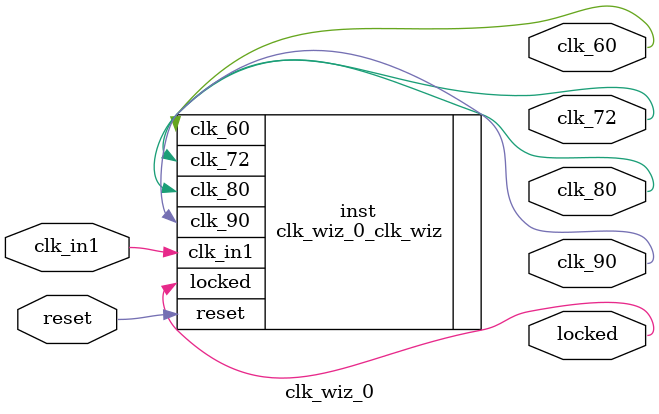
<source format=v>


`timescale 1ps/1ps

(* CORE_GENERATION_INFO = "clk_wiz_0,clk_wiz_v6_0_13_0_0,{component_name=clk_wiz_0,use_phase_alignment=true,use_min_o_jitter=false,use_max_i_jitter=false,use_dyn_phase_shift=false,use_inclk_switchover=false,use_dyn_reconfig=false,enable_axi=0,feedback_source=FDBK_AUTO,PRIMITIVE=MMCM,num_out_clk=4,clkin1_period=10.000,clkin2_period=10.000,use_power_down=false,use_reset=true,use_locked=true,use_inclk_stopped=false,feedback_type=SINGLE,CLOCK_MGR_TYPE=NA,manual_override=false}" *)

module clk_wiz_0 
 (
  // Clock out ports
  output        clk_90,
  output        clk_80,
  output        clk_72,
  output        clk_60,
  // Status and control signals
  input         reset,
  output        locked,
 // Clock in ports
  input         clk_in1
 );

  clk_wiz_0_clk_wiz inst
  (
  // Clock out ports  
  .clk_90(clk_90),
  .clk_80(clk_80),
  .clk_72(clk_72),
  .clk_60(clk_60),
  // Status and control signals               
  .reset(reset), 
  .locked(locked),
 // Clock in ports
  .clk_in1(clk_in1)
  );

endmodule

</source>
